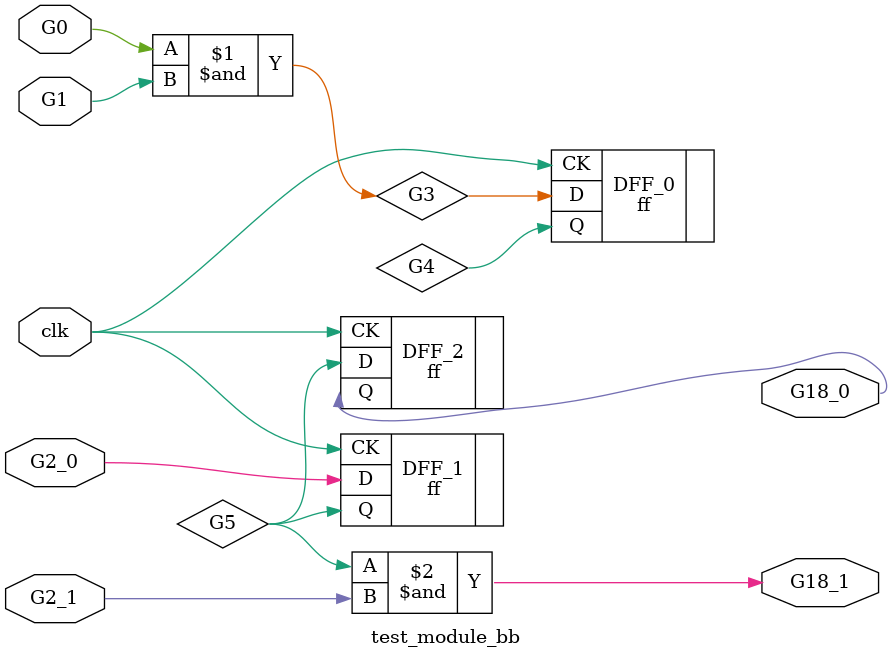
<source format=v>
module do_not_parse_0(G2, G3);
    input G2;
    output G3;

    assign G2 = ~G3;
endmodule

/* Comments Outside
Of a Module 
*/
module test_correct_io(G1,G2,G3,G4,G5_0,G5_1,G17,G18,G19,G20,G21,G22_0,G22_1);
  // Comments Inside Module
  input G1,G2,G3,G4;
  /* Comments Inside Module */
  input G5_0,G5_1;
  output G17, G18,G19,G20,G21;
  output G22_0,
	  G22_1;

  wire G8_0,G8_1;

  nand NAND2_0 (G8_0,G1,G3);
  nor  NOR2_0( G17,G8_1,1'b1);
  and  AND2_0(G18,  G2,G5_0);
  xor  XOR2_0(G22_0,G5_1 ,G4);

  assign G8_1 = 1'b1;
  assign G19 = G1 & G2 & (G3 ^ G4);
  assign G20 = G17 ^ (G8_0 & G5_0);
  assign G22_1 = G1 & (~G2 | 1'b1);
  assign G21 = 1'b0;

endmodule

module do_not_parse_1(G2, G3);
    input G2;
    output G3;

    assign G2 = ~G3;
endmodule

module test_module_bb(clk, G0, G1, G2_0, G2_1, G18_0, G18_1);
    input clk, G0, G1;
    input G2_0,G2_1;
    output G18_0,G18_1;
    wire G3, G4, G5;

    ff DFF_0(.CK (clk), .D (G3), .Q (G4));
    and AND2_0(G3, G0, G1);
    and AND2_1(G18_1, G5, G2_1);
    ff DFF_1(.CK (clk), .D(G2_0), .Q(G5));
    ff DFF_2(.CK (clk), .D(G5), .Q(G18_0));
endmodule


</source>
